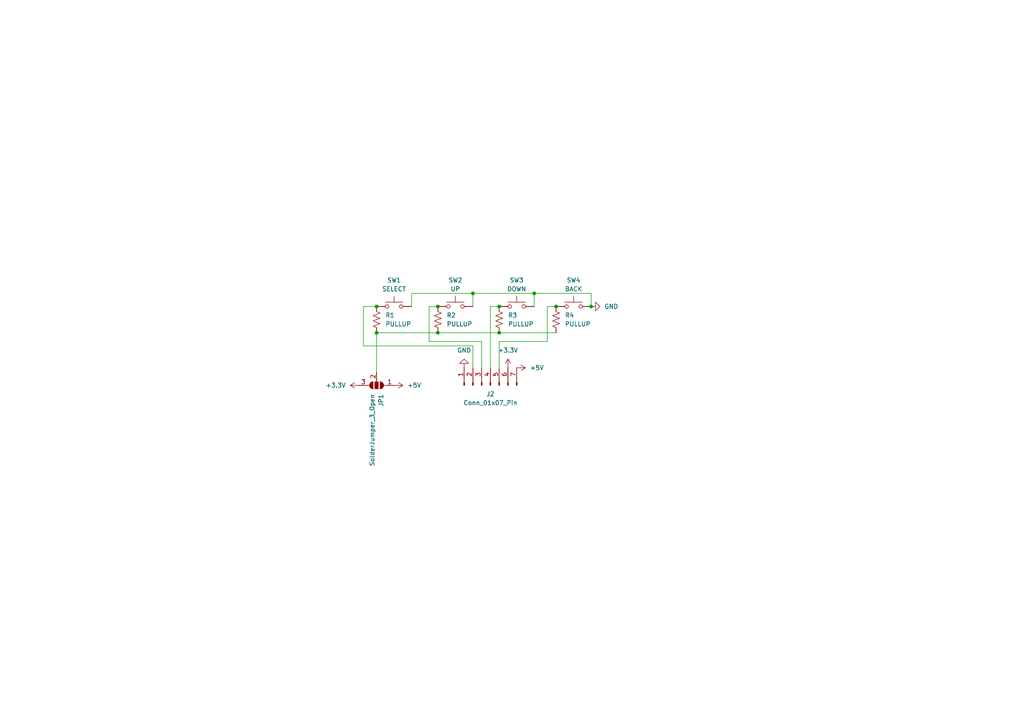
<source format=kicad_sch>
(kicad_sch (version 20231120) (generator "eeschema") (generator_version "8.0")
  (paper "A4")
  (lib_symbols
    (symbol "Connector:Conn_01x07_Pin" (pin_names (offset 1.016) hide)
      (property "Reference" "J" (at 0 10.16 0))
      (property "Value" "Conn_01x07_Pin" (at 0 -10.16 0))
      (symbol "Conn_01x07_Pin_1_1"
        (polyline (pts (xy 1.27 -7.62) (xy 0.8636 -7.62)) (stroke (width 0.1524)))
        (polyline (pts (xy 1.27 -5.08) (xy 0.8636 -5.08)) (stroke (width 0.1524)))
        (polyline (pts (xy 1.27 -2.54) (xy 0.8636 -2.54)) (stroke (width 0.1524)))
        (polyline (pts (xy 1.27 0) (xy 0.8636 0)) (stroke (width 0.1524)))
        (polyline (pts (xy 1.27 2.54) (xy 0.8636 2.54)) (stroke (width 0.1524)))
        (polyline (pts (xy 1.27 5.08) (xy 0.8636 5.08)) (stroke (width 0.1524)))
        (polyline (pts (xy 1.27 7.62) (xy 0.8636 7.62)) (stroke (width 0.1524)))
        (rectangle (start 0.8636 -7.493) (end 0 -7.747) (stroke (width 0.1524)) (fill (type outline)))
        (rectangle (start 0.8636 -4.953) (end 0 -5.207) (stroke (width 0.1524)) (fill (type outline)))
        (rectangle (start 0.8636 -2.413) (end 0 -2.667) (stroke (width 0.1524)) (fill (type outline)))
        (rectangle (start 0.8636 0.127) (end 0 -0.127) (stroke (width 0.1524)) (fill (type outline)))
        (rectangle (start 0.8636 2.667) (end 0 2.413) (stroke (width 0.1524)) (fill (type outline)))
        (rectangle (start 0.8636 5.207) (end 0 4.953) (stroke (width 0.1524)) (fill (type outline)))
        (rectangle (start 0.8636 7.747) (end 0 7.493) (stroke (width 0.1524)) (fill (type outline)))
        (pin passive line (at 5.08 7.62 180) (length 3.81) (name "Pin_1") (number "1"))
        (pin passive line (at 5.08 5.08 180) (length 3.81) (name "Pin_2") (number "2"))
        (pin passive line (at 5.08 2.54 180) (length 3.81) (name "Pin_3") (number "3"))
        (pin passive line (at 5.08 0 180) (length 3.81) (name "Pin_4") (number "4"))
        (pin passive line (at 5.08 -2.54 180) (length 3.81) (name "Pin_5") (number "5"))
        (pin passive line (at 5.08 -5.08 180) (length 3.81) (name "Pin_6") (number "6"))
        (pin passive line (at 5.08 -7.62 180) (length 3.81) (name "Pin_7") (number "7"))
      )
    )
    (symbol "Device:R_US" (pin_numbers hide) (pin_names (offset 0))
      (property "Reference" "R" (at 2.54 0 90))
      (property "Value" "R_US" (at -2.54 0 90))
      (symbol "R_US_0_1"
        (polyline (pts (xy 0 -2.286) (xy 0 -2.54)))
        (polyline (pts (xy 0 2.286) (xy 0 2.54)))
        (polyline (pts (xy 0 -0.762) (xy 1.016 -1.143) (xy 0 -1.524) (xy -1.016 -1.905) (xy 0 -2.286)))
        (polyline (pts (xy 0 0.762) (xy 1.016 0.381) (xy 0 0) (xy -1.016 -0.381) (xy 0 -0.762)))
        (polyline (pts (xy 0 2.286) (xy 1.016 1.905) (xy 0 1.524) (xy -1.016 1.143) (xy 0 0.762)))
      )
      (symbol "R_US_1_1"
        (pin passive line (at 0 3.81 270) (length 1.27) (name "~") (number "1"))
        (pin passive line (at 0 -3.81 90) (length 1.27) (name "~") (number "2"))
      )
    )
    (symbol "Jumper:SolderJumper_3_Open" (pin_names (offset 0) hide) (exclude_from_sim yes) (in_bom no)
      (property "Reference" "JP" (at -2.54 -2.54 0))
      (property "Value" "SolderJumper_3_Open" (at 0 2.794 0))
      (symbol "SolderJumper_3_Open_0_1"
        (arc (start -1.016 1.016) (mid -2.0276 0) (end -1.016 -1.016))
        (arc (start -1.016 1.016) (mid -2.0276 0) (end -1.016 -1.016) (fill (type outline)))
        (rectangle (start -0.508 1.016) (end 0.508 -1.016) (fill (type outline)))
        (polyline (pts (xy -2.54 0) (xy -2.032 0)))
        (polyline (pts (xy -1.016 1.016) (xy -1.016 -1.016)))
        (polyline (pts (xy 0 -1.27) (xy 0 -1.016)))
        (polyline (pts (xy 1.016 1.016) (xy 1.016 -1.016)))
        (polyline (pts (xy 2.54 0) (xy 2.032 0)))
        (arc (start 1.016 -1.016) (mid 2.0276 0) (end 1.016 1.016))
        (arc (start 1.016 -1.016) (mid 2.0276 0) (end 1.016 1.016) (fill (type outline)))
      )
      (symbol "SolderJumper_3_Open_1_1"
        (pin passive line (at -5.08 0 0) (length 2.54) (name "A") (number "1"))
        (pin passive line (at 0 -3.81 90) (length 2.54) (name "C") (number "2"))
        (pin passive line (at 5.08 0 180) (length 2.54) (name "B") (number "3"))
      )
    )
    (symbol "Switch:SW_Push" (pin_numbers hide) (pin_names (offset 1.016) hide)
      (property "Reference" "SW" (at 1.27 2.54 0))
      (property "Value" "SW_Push" (at 0 -1.524 0))
      (symbol "SW_Push_0_1"
        (circle (center -2.032 0) (radius 0.508))
        (polyline (pts (xy 0 1.27) (xy 0 3.048)))
        (polyline (pts (xy 2.54 1.27) (xy -2.54 1.27)))
        (circle (center 2.032 0) (radius 0.508))
        (pin passive line (at -5.08 0 0) (length 2.54) (name "1") (number "1"))
        (pin passive line (at 5.08 0 180) (length 2.54) (name "2") (number "2"))
      )
    )
    (symbol "power:+3.3V" (power) (pin_numbers hide) (pin_names (offset 0) hide)
      (property "Value" "+3.3V" (at 0 3.556 0))
      (symbol "+3.3V_0_1"
        (polyline (pts (xy -0.762 1.27) (xy 0 2.54)))
        (polyline (pts (xy 0 0) (xy 0 2.54)))
        (polyline (pts (xy 0 2.54) (xy 0.762 1.27)))
      )
      (symbol "+3.3V_1_1"
        (pin power_in line (at 0 0 90) (length 0) (name "~") (number "1"))
      )
    )
    (symbol "power:+5V" (power) (pin_numbers hide) (pin_names (offset 0) hide)
      (property "Value" "+5V" (at 0 3.556 0))
      (symbol "+5V_0_1"
        (polyline (pts (xy -0.762 1.27) (xy 0 2.54)))
        (polyline (pts (xy 0 0) (xy 0 2.54)))
        (polyline (pts (xy 0 2.54) (xy 0.762 1.27)))
      )
      (symbol "+5V_1_1"
        (pin power_in line (at 0 0 90) (length 0) (name "~") (number "1"))
      )
    )
    (symbol "power:GND" (power) (pin_numbers hide) (pin_names (offset 0) hide)
      (property "Value" "GND" (at 0 -3.81 0))
      (symbol "GND_0_1"
        (polyline (pts (xy 0 0) (xy 0 -1.27) (xy 1.27 -1.27) (xy 0 -2.54) (xy -1.27 -1.27) (xy 0 -1.27)))
      )
      (symbol "GND_1_1"
        (pin power_in line (at 0 0 270) (length 0) (name "~") (number "1"))
      )
    )
  )
  (junction (at 109.22 96.52))
  (junction (at 144.78 88.9))
  (junction (at 161.29 88.9))
  (junction (at 137.16 85.09))
  (junction (at 127 88.9))
  (junction (at 144.78 96.52))
  (junction (at 154.94 85.09))
  (junction (at 109.22 88.9))
  (junction (at 127 96.52))
  (junction (at 171.45 88.9))
  (wire (pts (xy 137.16 85.09) (xy 154.94 85.09)))
  (wire (pts (xy 109.22 96.52) (xy 127 96.52)))
  (wire (pts (xy 109.22 88.9) (xy 105.41 88.9)))
  (wire (pts (xy 144.78 96.52) (xy 161.29 96.52)))
  (wire (pts (xy 161.29 88.9) (xy 158.75 88.9)))
  (wire (pts (xy 137.16 85.09) (xy 137.16 88.9)))
  (wire (pts (xy 127 88.9) (xy 124.46 88.9)))
  (wire (pts (xy 127 96.52) (xy 144.78 96.52)))
  (wire (pts (xy 137.16 100.33) (xy 137.16 106.68)))
  (wire (pts (xy 105.41 100.33) (xy 137.16 100.33)))
  (wire (pts (xy 139.7 99.06) (xy 139.7 106.68)))
  (wire (pts (xy 144.78 99.06) (xy 158.75 99.06)))
  (wire (pts (xy 124.46 99.06) (xy 139.7 99.06)))
  (wire (pts (xy 144.78 99.06) (xy 144.78 106.68)))
  (wire (pts (xy 154.94 85.09) (xy 171.45 85.09)))
  (wire (pts (xy 119.38 88.9) (xy 119.38 85.09)))
  (wire (pts (xy 109.22 96.52) (xy 109.22 107.95)))
  (wire (pts (xy 105.41 88.9) (xy 105.41 100.33)))
  (wire (pts (xy 142.24 88.9) (xy 142.24 106.68)))
  (wire (pts (xy 158.75 88.9) (xy 158.75 99.06)))
  (wire (pts (xy 124.46 88.9) (xy 124.46 99.06)))
  (wire (pts (xy 119.38 85.09) (xy 137.16 85.09)))
  (wire (pts (xy 171.45 85.09) (xy 171.45 88.9)))
  (wire (pts (xy 144.78 88.9) (xy 142.24 88.9)))
  (wire (pts (xy 154.94 85.09) (xy 154.94 88.9)))
  (symbol (lib_id "Device:R_US") (at 161.29 92.71 0) (unit 1)
    (property "Reference" "R4" (at 163.83 91.4399 0) (effects (justify left)))
    (property "Value" "PULLUP" (at 163.83 93.9799 0) (effects (justify left)))
    (property "Footprint" "Resistor_SMD:R_1206_3216Metric_Pad1.30x1.75mm_HandSolder" (effects (hide yes)))
    (property "Description" "Resistor, US symbol" (effects (hide yes)))
  )
  (symbol (lib_id "power:GND") (at 171.45 88.9 90) (unit 1)
    (property "Reference" "#PWR06" (effects (hide yes)))
    (property "Value" "GND" (at 175.26 88.8999 90) (effects (justify right)))
    (property "Description" "Power symbol creates a global label with name \"GND\" , ground" (effects (hide yes)))
  )
  (symbol (lib_id "power:+5V") (at 149.86 106.68 270) (unit 1)
    (property "Reference" "#PWR01" (effects (hide yes)))
    (property "Value" "+5V" (at 153.67 106.6799 90) (effects (justify left)))
    (property "Description" "Power symbol creates a global label with name \"+5V\"" (effects (hide yes)))
  )
  (symbol (lib_id "power:+3.3V") (at 147.32 106.68 0) (unit 1)
    (property "Reference" "#PWR03" (effects (hide yes)))
    (property "Value" "+3.3V" (at 147.32 101.6 0))
    (property "Description" "Power symbol creates a global label with name \"+3.3V\"" (effects (hide yes)))
  )
  (symbol (lib_id "Switch:SW_Push") (at 166.37 88.9 0) (unit 1)
    (property "Reference" "SW4" (at 166.37 81.28 0))
    (property "Value" "BACK" (at 166.37 83.82 0))
    (property "Footprint" "Button_Switch_THT:SW_PUSH_6mm_H4.3mm" (effects (hide yes)))
    (property "Description" "Push button switch, generic, two pins" (effects (hide yes)))
  )
  (symbol (lib_id "power:GND") (at 134.62 106.68 180) (unit 1)
    (property "Reference" "#PWR02" (effects (hide yes)))
    (property "Value" "GND" (at 134.62 101.6 0))
    (property "Description" "Power symbol creates a global label with name \"GND\" , ground" (effects (hide yes)))
  )
  (symbol (lib_id "Switch:SW_Push") (at 132.08 88.9 0) (unit 1)
    (property "Reference" "SW2" (at 132.08 81.28 0))
    (property "Value" "UP" (at 132.08 83.82 0))
    (property "Footprint" "Button_Switch_THT:SW_PUSH_6mm_H4.3mm" (effects (hide yes)))
    (property "Description" "Push button switch, generic, two pins" (effects (hide yes)))
  )
  (symbol (lib_id "Device:R_US") (at 109.22 92.71 0) (unit 1)
    (property "Reference" "R1" (at 111.76 91.4399 0) (effects (justify left)))
    (property "Value" "PULLUP" (at 111.76 93.9799 0) (effects (justify left)))
    (property "Footprint" "Resistor_SMD:R_1206_3216Metric_Pad1.30x1.75mm_HandSolder" (effects (hide yes)))
    (property "Description" "Resistor, US symbol" (effects (hide yes)))
  )
  (symbol (lib_id "Jumper:SolderJumper_3_Open") (at 109.22 111.76 180) (unit 1) (exclude_from_sim yes) (in_bom no)
    (property "Reference" "JP1" (at 110.4901 114.3 90) (effects (justify left)))
    (property "Value" "SolderJumper_3_Open" (at 107.9501 114.3 90) (effects (justify left)))
    (property "Footprint" "Jumper:SolderJumper-3_P1.3mm_Open_RoundedPad1.0x1.5mm_NumberLabels" (effects (hide yes)))
    (property "Description" "Solder Jumper, 3-pole, open" (effects (hide yes)))
  )
  (symbol (lib_id "Device:R_US") (at 127 92.71 0) (unit 1)
    (property "Reference" "R2" (at 129.54 91.4399 0) (effects (justify left)))
    (property "Value" "PULLUP" (at 129.54 93.9799 0) (effects (justify left)))
    (property "Footprint" "Resistor_SMD:R_1206_3216Metric_Pad1.30x1.75mm_HandSolder" (effects (hide yes)))
    (property "Description" "Resistor, US symbol" (effects (hide yes)))
  )
  (symbol (lib_id "Device:R_US") (at 144.78 92.71 0) (unit 1)
    (property "Reference" "R3" (at 147.32 91.4399 0) (effects (justify left)))
    (property "Value" "PULLUP" (at 147.32 93.9799 0) (effects (justify left)))
    (property "Footprint" "Resistor_SMD:R_1206_3216Metric_Pad1.30x1.75mm_HandSolder" (effects (hide yes)))
    (property "Description" "Resistor, US symbol" (effects (hide yes)))
  )
  (symbol (lib_id "Switch:SW_Push") (at 114.3 88.9 0) (unit 1)
    (property "Reference" "SW1" (at 114.3 81.28 0))
    (property "Value" "SELECT" (at 114.3 83.82 0))
    (property "Footprint" "Button_Switch_THT:SW_PUSH_6mm_H4.3mm" (effects (hide yes)))
    (property "Description" "Push button switch, generic, two pins" (effects (hide yes)))
  )
  (symbol (lib_id "Switch:SW_Push") (at 149.86 88.9 0) (unit 1)
    (property "Reference" "SW3" (at 149.86 81.28 0))
    (property "Value" "DOWN" (at 149.86 83.82 0))
    (property "Footprint" "Button_Switch_THT:SW_PUSH_6mm_H4.3mm" (effects (hide yes)))
    (property "Description" "Push button switch, generic, two pins" (effects (hide yes)))
  )
  (symbol (lib_id "power:+3.3V") (at 104.14 111.76 90) (unit 1)
    (property "Reference" "#PWR04" (effects (hide yes)))
    (property "Value" "+3.3V" (at 100.33 111.7599 90) (effects (justify left)))
    (property "Description" "Power symbol creates a global label with name \"+3.3V\"" (effects (hide yes)))
  )
  (symbol (lib_id "Connector:Conn_01x07_Pin") (at 142.24 111.76 90) (unit 1)
    (property "Reference" "J2" (at 142.24 114.3 90))
    (property "Value" "Conn_01x07_Pin" (at 142.24 116.84 90))
    (property "Footprint" "Connector_PinHeader_2.54mm:PinHeader_1x07_P2.54mm_Vertical" (effects (hide yes)))
    (property "Description" "Generic connector, single row, 01x07, script generated" (effects (hide yes)))
  )
  (symbol (lib_id "power:+5V") (at 114.3 111.76 270) (unit 1)
    (property "Reference" "#PWR05" (effects (hide yes)))
    (property "Value" "+5V" (at 118.11 111.7599 90) (effects (justify left)))
    (property "Description" "Power symbol creates a global label with name \"+5V\"" (effects (hide yes)))
  )
)
</source>
